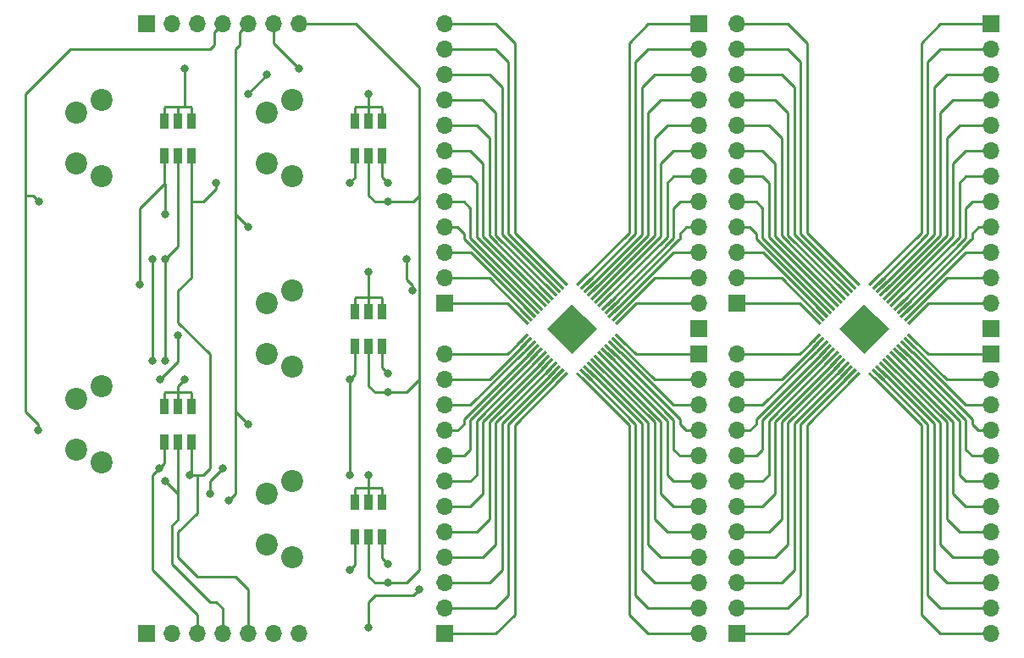
<source format=gbr>
G04 #@! TF.GenerationSoftware,KiCad,Pcbnew,(5.0.0-rc2-dev-471-ge4feb315d)*
G04 #@! TF.CreationDate,2018-05-05T14:20:45+01:00*
G04 #@! TF.ProjectId,panel,70616E656C2E6B696361645F70636200,rev?*
G04 #@! TF.SameCoordinates,Original*
G04 #@! TF.FileFunction,Copper,L2,Bot,Signal*
G04 #@! TF.FilePolarity,Positive*
%FSLAX46Y46*%
G04 Gerber Fmt 4.6, Leading zero omitted, Abs format (unit mm)*
G04 Created by KiCad (PCBNEW (5.0.0-rc2-dev-471-ge4feb315d)) date Sat May  5 14:20:45 2018*
%MOMM*%
%LPD*%
G01*
G04 APERTURE LIST*
%ADD10O,1.700000X1.700000*%
%ADD11R,1.700000X1.700000*%
%ADD12C,0.300000*%
%ADD13C,0.100000*%
%ADD14C,1.750000*%
%ADD15R,0.900000X1.500000*%
%ADD16C,2.200000*%
%ADD17C,0.800000*%
%ADD18C,0.250000*%
G04 APERTURE END LIST*
D10*
X171450000Y-149860000D03*
X171450000Y-147320000D03*
X171450000Y-144780000D03*
X171450000Y-142240000D03*
X171450000Y-139700000D03*
X171450000Y-137160000D03*
X171450000Y-134620000D03*
X171450000Y-132080000D03*
X171450000Y-129540000D03*
X171450000Y-127000000D03*
X171450000Y-124460000D03*
D11*
X171450000Y-121920000D03*
D10*
X146050000Y-88900000D03*
X146050000Y-91440000D03*
X146050000Y-93980000D03*
X146050000Y-96520000D03*
X146050000Y-99060000D03*
X146050000Y-101600000D03*
X146050000Y-104140000D03*
X146050000Y-106680000D03*
X146050000Y-109220000D03*
X146050000Y-111760000D03*
X146050000Y-114300000D03*
D11*
X146050000Y-116840000D03*
D12*
X153835608Y-118354695D03*
D13*
G36*
X153199212Y-117930431D02*
X153411344Y-117718299D01*
X154472004Y-118778959D01*
X154259872Y-118991091D01*
X153199212Y-117930431D01*
X153199212Y-117930431D01*
G37*
D12*
X154189161Y-118001142D03*
D13*
G36*
X153552765Y-117576878D02*
X153764897Y-117364746D01*
X154825557Y-118425406D01*
X154613425Y-118637538D01*
X153552765Y-117576878D01*
X153552765Y-117576878D01*
G37*
D12*
X154542715Y-117647588D03*
D13*
G36*
X153906319Y-117223324D02*
X154118451Y-117011192D01*
X155179111Y-118071852D01*
X154966979Y-118283984D01*
X153906319Y-117223324D01*
X153906319Y-117223324D01*
G37*
D12*
X154896268Y-117294035D03*
D13*
G36*
X154259872Y-116869771D02*
X154472004Y-116657639D01*
X155532664Y-117718299D01*
X155320532Y-117930431D01*
X154259872Y-116869771D01*
X154259872Y-116869771D01*
G37*
D12*
X155249821Y-116940482D03*
D13*
G36*
X154613425Y-116516218D02*
X154825557Y-116304086D01*
X155886217Y-117364746D01*
X155674085Y-117576878D01*
X154613425Y-116516218D01*
X154613425Y-116516218D01*
G37*
D12*
X155603375Y-116586928D03*
D13*
G36*
X154966979Y-116162664D02*
X155179111Y-115950532D01*
X156239771Y-117011192D01*
X156027639Y-117223324D01*
X154966979Y-116162664D01*
X154966979Y-116162664D01*
G37*
D12*
X155956928Y-116233375D03*
D13*
G36*
X155320532Y-115809111D02*
X155532664Y-115596979D01*
X156593324Y-116657639D01*
X156381192Y-116869771D01*
X155320532Y-115809111D01*
X155320532Y-115809111D01*
G37*
D12*
X156310482Y-115879821D03*
D13*
G36*
X155674086Y-115455557D02*
X155886218Y-115243425D01*
X156946878Y-116304085D01*
X156734746Y-116516217D01*
X155674086Y-115455557D01*
X155674086Y-115455557D01*
G37*
D12*
X156664035Y-115526268D03*
D13*
G36*
X156027639Y-115102004D02*
X156239771Y-114889872D01*
X157300431Y-115950532D01*
X157088299Y-116162664D01*
X156027639Y-115102004D01*
X156027639Y-115102004D01*
G37*
D12*
X157017588Y-115172715D03*
D13*
G36*
X156381192Y-114748451D02*
X156593324Y-114536319D01*
X157653984Y-115596979D01*
X157441852Y-115809111D01*
X156381192Y-114748451D01*
X156381192Y-114748451D01*
G37*
D12*
X157371142Y-114819161D03*
D13*
G36*
X156734746Y-114394897D02*
X156946878Y-114182765D01*
X158007538Y-115243425D01*
X157795406Y-115455557D01*
X156734746Y-114394897D01*
X156734746Y-114394897D01*
G37*
D12*
X157724695Y-114465608D03*
D13*
G36*
X157088299Y-114041344D02*
X157300431Y-113829212D01*
X158361091Y-114889872D01*
X158148959Y-115102004D01*
X157088299Y-114041344D01*
X157088299Y-114041344D01*
G37*
D12*
X159775305Y-114465608D03*
D13*
G36*
X160199569Y-113829212D02*
X160411701Y-114041344D01*
X159351041Y-115102004D01*
X159138909Y-114889872D01*
X160199569Y-113829212D01*
X160199569Y-113829212D01*
G37*
D12*
X160128858Y-114819161D03*
D13*
G36*
X160553122Y-114182765D02*
X160765254Y-114394897D01*
X159704594Y-115455557D01*
X159492462Y-115243425D01*
X160553122Y-114182765D01*
X160553122Y-114182765D01*
G37*
D12*
X160482412Y-115172715D03*
D13*
G36*
X160906676Y-114536319D02*
X161118808Y-114748451D01*
X160058148Y-115809111D01*
X159846016Y-115596979D01*
X160906676Y-114536319D01*
X160906676Y-114536319D01*
G37*
D12*
X160835965Y-115526268D03*
D13*
G36*
X161260229Y-114889872D02*
X161472361Y-115102004D01*
X160411701Y-116162664D01*
X160199569Y-115950532D01*
X161260229Y-114889872D01*
X161260229Y-114889872D01*
G37*
D12*
X161189518Y-115879821D03*
D13*
G36*
X161613782Y-115243425D02*
X161825914Y-115455557D01*
X160765254Y-116516217D01*
X160553122Y-116304085D01*
X161613782Y-115243425D01*
X161613782Y-115243425D01*
G37*
D12*
X161543072Y-116233375D03*
D13*
G36*
X161967336Y-115596979D02*
X162179468Y-115809111D01*
X161118808Y-116869771D01*
X160906676Y-116657639D01*
X161967336Y-115596979D01*
X161967336Y-115596979D01*
G37*
D12*
X161896625Y-116586928D03*
D13*
G36*
X162320889Y-115950532D02*
X162533021Y-116162664D01*
X161472361Y-117223324D01*
X161260229Y-117011192D01*
X162320889Y-115950532D01*
X162320889Y-115950532D01*
G37*
D12*
X162250179Y-116940482D03*
D13*
G36*
X162674443Y-116304086D02*
X162886575Y-116516218D01*
X161825915Y-117576878D01*
X161613783Y-117364746D01*
X162674443Y-116304086D01*
X162674443Y-116304086D01*
G37*
D12*
X162603732Y-117294035D03*
D13*
G36*
X163027996Y-116657639D02*
X163240128Y-116869771D01*
X162179468Y-117930431D01*
X161967336Y-117718299D01*
X163027996Y-116657639D01*
X163027996Y-116657639D01*
G37*
D12*
X162957285Y-117647588D03*
D13*
G36*
X163381549Y-117011192D02*
X163593681Y-117223324D01*
X162533021Y-118283984D01*
X162320889Y-118071852D01*
X163381549Y-117011192D01*
X163381549Y-117011192D01*
G37*
D12*
X163310839Y-118001142D03*
D13*
G36*
X163735103Y-117364746D02*
X163947235Y-117576878D01*
X162886575Y-118637538D01*
X162674443Y-118425406D01*
X163735103Y-117364746D01*
X163735103Y-117364746D01*
G37*
D12*
X163664392Y-118354695D03*
D13*
G36*
X164088656Y-117718299D02*
X164300788Y-117930431D01*
X163240128Y-118991091D01*
X163027996Y-118778959D01*
X164088656Y-117718299D01*
X164088656Y-117718299D01*
G37*
D12*
X163664392Y-120405305D03*
D13*
G36*
X163027996Y-119981041D02*
X163240128Y-119768909D01*
X164300788Y-120829569D01*
X164088656Y-121041701D01*
X163027996Y-119981041D01*
X163027996Y-119981041D01*
G37*
D12*
X163310839Y-120758858D03*
D13*
G36*
X162674443Y-120334594D02*
X162886575Y-120122462D01*
X163947235Y-121183122D01*
X163735103Y-121395254D01*
X162674443Y-120334594D01*
X162674443Y-120334594D01*
G37*
D12*
X162957285Y-121112412D03*
D13*
G36*
X162320889Y-120688148D02*
X162533021Y-120476016D01*
X163593681Y-121536676D01*
X163381549Y-121748808D01*
X162320889Y-120688148D01*
X162320889Y-120688148D01*
G37*
D12*
X162603732Y-121465965D03*
D13*
G36*
X161967336Y-121041701D02*
X162179468Y-120829569D01*
X163240128Y-121890229D01*
X163027996Y-122102361D01*
X161967336Y-121041701D01*
X161967336Y-121041701D01*
G37*
D12*
X162250179Y-121819518D03*
D13*
G36*
X161613783Y-121395254D02*
X161825915Y-121183122D01*
X162886575Y-122243782D01*
X162674443Y-122455914D01*
X161613783Y-121395254D01*
X161613783Y-121395254D01*
G37*
D12*
X161896625Y-122173072D03*
D13*
G36*
X161260229Y-121748808D02*
X161472361Y-121536676D01*
X162533021Y-122597336D01*
X162320889Y-122809468D01*
X161260229Y-121748808D01*
X161260229Y-121748808D01*
G37*
D12*
X161543072Y-122526625D03*
D13*
G36*
X160906676Y-122102361D02*
X161118808Y-121890229D01*
X162179468Y-122950889D01*
X161967336Y-123163021D01*
X160906676Y-122102361D01*
X160906676Y-122102361D01*
G37*
D12*
X161189518Y-122880179D03*
D13*
G36*
X160553122Y-122455915D02*
X160765254Y-122243783D01*
X161825914Y-123304443D01*
X161613782Y-123516575D01*
X160553122Y-122455915D01*
X160553122Y-122455915D01*
G37*
D12*
X160835965Y-123233732D03*
D13*
G36*
X160199569Y-122809468D02*
X160411701Y-122597336D01*
X161472361Y-123657996D01*
X161260229Y-123870128D01*
X160199569Y-122809468D01*
X160199569Y-122809468D01*
G37*
D12*
X160482412Y-123587285D03*
D13*
G36*
X159846016Y-123163021D02*
X160058148Y-122950889D01*
X161118808Y-124011549D01*
X160906676Y-124223681D01*
X159846016Y-123163021D01*
X159846016Y-123163021D01*
G37*
D12*
X160128858Y-123940839D03*
D13*
G36*
X159492462Y-123516575D02*
X159704594Y-123304443D01*
X160765254Y-124365103D01*
X160553122Y-124577235D01*
X159492462Y-123516575D01*
X159492462Y-123516575D01*
G37*
D12*
X159775305Y-124294392D03*
D13*
G36*
X159138909Y-123870128D02*
X159351041Y-123657996D01*
X160411701Y-124718656D01*
X160199569Y-124930788D01*
X159138909Y-123870128D01*
X159138909Y-123870128D01*
G37*
D12*
X157724695Y-124294392D03*
D13*
G36*
X158148959Y-123657996D02*
X158361091Y-123870128D01*
X157300431Y-124930788D01*
X157088299Y-124718656D01*
X158148959Y-123657996D01*
X158148959Y-123657996D01*
G37*
D12*
X157371142Y-123940839D03*
D13*
G36*
X157795406Y-123304443D02*
X158007538Y-123516575D01*
X156946878Y-124577235D01*
X156734746Y-124365103D01*
X157795406Y-123304443D01*
X157795406Y-123304443D01*
G37*
D12*
X157017588Y-123587285D03*
D13*
G36*
X157441852Y-122950889D02*
X157653984Y-123163021D01*
X156593324Y-124223681D01*
X156381192Y-124011549D01*
X157441852Y-122950889D01*
X157441852Y-122950889D01*
G37*
D12*
X156664035Y-123233732D03*
D13*
G36*
X157088299Y-122597336D02*
X157300431Y-122809468D01*
X156239771Y-123870128D01*
X156027639Y-123657996D01*
X157088299Y-122597336D01*
X157088299Y-122597336D01*
G37*
D12*
X156310482Y-122880179D03*
D13*
G36*
X156734746Y-122243783D02*
X156946878Y-122455915D01*
X155886218Y-123516575D01*
X155674086Y-123304443D01*
X156734746Y-122243783D01*
X156734746Y-122243783D01*
G37*
D12*
X155956928Y-122526625D03*
D13*
G36*
X156381192Y-121890229D02*
X156593324Y-122102361D01*
X155532664Y-123163021D01*
X155320532Y-122950889D01*
X156381192Y-121890229D01*
X156381192Y-121890229D01*
G37*
D12*
X155603375Y-122173072D03*
D13*
G36*
X156027639Y-121536676D02*
X156239771Y-121748808D01*
X155179111Y-122809468D01*
X154966979Y-122597336D01*
X156027639Y-121536676D01*
X156027639Y-121536676D01*
G37*
D12*
X155249821Y-121819518D03*
D13*
G36*
X155674085Y-121183122D02*
X155886217Y-121395254D01*
X154825557Y-122455914D01*
X154613425Y-122243782D01*
X155674085Y-121183122D01*
X155674085Y-121183122D01*
G37*
D12*
X154896268Y-121465965D03*
D13*
G36*
X155320532Y-120829569D02*
X155532664Y-121041701D01*
X154472004Y-122102361D01*
X154259872Y-121890229D01*
X155320532Y-120829569D01*
X155320532Y-120829569D01*
G37*
D12*
X154542715Y-121112412D03*
D13*
G36*
X154966979Y-120476016D02*
X155179111Y-120688148D01*
X154118451Y-121748808D01*
X153906319Y-121536676D01*
X154966979Y-120476016D01*
X154966979Y-120476016D01*
G37*
D12*
X154189161Y-120758858D03*
D13*
G36*
X154613425Y-120122462D02*
X154825557Y-120334594D01*
X153764897Y-121395254D01*
X153552765Y-121183122D01*
X154613425Y-120122462D01*
X154613425Y-120122462D01*
G37*
D12*
X153835608Y-120405305D03*
D13*
G36*
X154259872Y-119768909D02*
X154472004Y-119981041D01*
X153411344Y-121041701D01*
X153199212Y-120829569D01*
X154259872Y-119768909D01*
X154259872Y-119768909D01*
G37*
D14*
X159987437Y-119380000D03*
D13*
G36*
X158750000Y-119380000D02*
X159987437Y-118142563D01*
X161224874Y-119380000D01*
X159987437Y-120617437D01*
X158750000Y-119380000D01*
X158750000Y-119380000D01*
G37*
D14*
X158750000Y-120617437D03*
D13*
G36*
X157512563Y-120617437D02*
X158750000Y-119380000D01*
X159987437Y-120617437D01*
X158750000Y-121854874D01*
X157512563Y-120617437D01*
X157512563Y-120617437D01*
G37*
D14*
X158750000Y-118142563D03*
D13*
G36*
X157512563Y-118142563D02*
X158750000Y-116905126D01*
X159987437Y-118142563D01*
X158750000Y-119380000D01*
X157512563Y-118142563D01*
X157512563Y-118142563D01*
G37*
D14*
X157512563Y-119380000D03*
D13*
G36*
X156275126Y-119380000D02*
X157512563Y-118142563D01*
X158750000Y-119380000D01*
X157512563Y-120617437D01*
X156275126Y-119380000D01*
X156275126Y-119380000D01*
G37*
D11*
X171450000Y-88900000D03*
D10*
X171450000Y-91440000D03*
X171450000Y-93980000D03*
X171450000Y-96520000D03*
X171450000Y-99060000D03*
X171450000Y-101600000D03*
X171450000Y-104140000D03*
X171450000Y-106680000D03*
X171450000Y-109220000D03*
X171450000Y-111760000D03*
X171450000Y-114300000D03*
X171450000Y-116840000D03*
D11*
X171450000Y-119380000D03*
X146050000Y-149860000D03*
D10*
X146050000Y-147320000D03*
X146050000Y-144780000D03*
X146050000Y-142240000D03*
X146050000Y-139700000D03*
X146050000Y-137160000D03*
X146050000Y-134620000D03*
X146050000Y-132080000D03*
X146050000Y-129540000D03*
X146050000Y-127000000D03*
X146050000Y-124460000D03*
X146050000Y-121920000D03*
X116840000Y-121920000D03*
X116840000Y-124460000D03*
X116840000Y-127000000D03*
X116840000Y-129540000D03*
X116840000Y-132080000D03*
X116840000Y-134620000D03*
X116840000Y-137160000D03*
X116840000Y-139700000D03*
X116840000Y-142240000D03*
X116840000Y-144780000D03*
X116840000Y-147320000D03*
D11*
X116840000Y-149860000D03*
X116840000Y-116840000D03*
D10*
X116840000Y-114300000D03*
X116840000Y-111760000D03*
X116840000Y-109220000D03*
X116840000Y-106680000D03*
X116840000Y-104140000D03*
X116840000Y-101600000D03*
X116840000Y-99060000D03*
X116840000Y-96520000D03*
X116840000Y-93980000D03*
X116840000Y-91440000D03*
X116840000Y-88900000D03*
D11*
X142240000Y-121920000D03*
D10*
X142240000Y-124460000D03*
X142240000Y-127000000D03*
X142240000Y-129540000D03*
X142240000Y-132080000D03*
X142240000Y-134620000D03*
X142240000Y-137160000D03*
X142240000Y-139700000D03*
X142240000Y-142240000D03*
X142240000Y-144780000D03*
X142240000Y-147320000D03*
X142240000Y-149860000D03*
X142240000Y-116840000D03*
X142240000Y-114300000D03*
X142240000Y-111760000D03*
X142240000Y-109220000D03*
X142240000Y-106680000D03*
X142240000Y-104140000D03*
X142240000Y-101600000D03*
X142240000Y-99060000D03*
X142240000Y-96520000D03*
X142240000Y-93980000D03*
X142240000Y-91440000D03*
D11*
X142240000Y-88900000D03*
D14*
X128302563Y-119380000D03*
D13*
G36*
X127065126Y-119380000D02*
X128302563Y-118142563D01*
X129540000Y-119380000D01*
X128302563Y-120617437D01*
X127065126Y-119380000D01*
X127065126Y-119380000D01*
G37*
D14*
X129540000Y-118142563D03*
D13*
G36*
X128302563Y-118142563D02*
X129540000Y-116905126D01*
X130777437Y-118142563D01*
X129540000Y-119380000D01*
X128302563Y-118142563D01*
X128302563Y-118142563D01*
G37*
D14*
X129540000Y-120617437D03*
D13*
G36*
X128302563Y-120617437D02*
X129540000Y-119380000D01*
X130777437Y-120617437D01*
X129540000Y-121854874D01*
X128302563Y-120617437D01*
X128302563Y-120617437D01*
G37*
D14*
X130777437Y-119380000D03*
D13*
G36*
X129540000Y-119380000D02*
X130777437Y-118142563D01*
X132014874Y-119380000D01*
X130777437Y-120617437D01*
X129540000Y-119380000D01*
X129540000Y-119380000D01*
G37*
D12*
X124625608Y-120405305D03*
D13*
G36*
X125049872Y-119768909D02*
X125262004Y-119981041D01*
X124201344Y-121041701D01*
X123989212Y-120829569D01*
X125049872Y-119768909D01*
X125049872Y-119768909D01*
G37*
D12*
X124979161Y-120758858D03*
D13*
G36*
X125403425Y-120122462D02*
X125615557Y-120334594D01*
X124554897Y-121395254D01*
X124342765Y-121183122D01*
X125403425Y-120122462D01*
X125403425Y-120122462D01*
G37*
D12*
X125332715Y-121112412D03*
D13*
G36*
X125756979Y-120476016D02*
X125969111Y-120688148D01*
X124908451Y-121748808D01*
X124696319Y-121536676D01*
X125756979Y-120476016D01*
X125756979Y-120476016D01*
G37*
D12*
X125686268Y-121465965D03*
D13*
G36*
X126110532Y-120829569D02*
X126322664Y-121041701D01*
X125262004Y-122102361D01*
X125049872Y-121890229D01*
X126110532Y-120829569D01*
X126110532Y-120829569D01*
G37*
D12*
X126039821Y-121819518D03*
D13*
G36*
X126464085Y-121183122D02*
X126676217Y-121395254D01*
X125615557Y-122455914D01*
X125403425Y-122243782D01*
X126464085Y-121183122D01*
X126464085Y-121183122D01*
G37*
D12*
X126393375Y-122173072D03*
D13*
G36*
X126817639Y-121536676D02*
X127029771Y-121748808D01*
X125969111Y-122809468D01*
X125756979Y-122597336D01*
X126817639Y-121536676D01*
X126817639Y-121536676D01*
G37*
D12*
X126746928Y-122526625D03*
D13*
G36*
X127171192Y-121890229D02*
X127383324Y-122102361D01*
X126322664Y-123163021D01*
X126110532Y-122950889D01*
X127171192Y-121890229D01*
X127171192Y-121890229D01*
G37*
D12*
X127100482Y-122880179D03*
D13*
G36*
X127524746Y-122243783D02*
X127736878Y-122455915D01*
X126676218Y-123516575D01*
X126464086Y-123304443D01*
X127524746Y-122243783D01*
X127524746Y-122243783D01*
G37*
D12*
X127454035Y-123233732D03*
D13*
G36*
X127878299Y-122597336D02*
X128090431Y-122809468D01*
X127029771Y-123870128D01*
X126817639Y-123657996D01*
X127878299Y-122597336D01*
X127878299Y-122597336D01*
G37*
D12*
X127807588Y-123587285D03*
D13*
G36*
X128231852Y-122950889D02*
X128443984Y-123163021D01*
X127383324Y-124223681D01*
X127171192Y-124011549D01*
X128231852Y-122950889D01*
X128231852Y-122950889D01*
G37*
D12*
X128161142Y-123940839D03*
D13*
G36*
X128585406Y-123304443D02*
X128797538Y-123516575D01*
X127736878Y-124577235D01*
X127524746Y-124365103D01*
X128585406Y-123304443D01*
X128585406Y-123304443D01*
G37*
D12*
X128514695Y-124294392D03*
D13*
G36*
X128938959Y-123657996D02*
X129151091Y-123870128D01*
X128090431Y-124930788D01*
X127878299Y-124718656D01*
X128938959Y-123657996D01*
X128938959Y-123657996D01*
G37*
D12*
X130565305Y-124294392D03*
D13*
G36*
X129928909Y-123870128D02*
X130141041Y-123657996D01*
X131201701Y-124718656D01*
X130989569Y-124930788D01*
X129928909Y-123870128D01*
X129928909Y-123870128D01*
G37*
D12*
X130918858Y-123940839D03*
D13*
G36*
X130282462Y-123516575D02*
X130494594Y-123304443D01*
X131555254Y-124365103D01*
X131343122Y-124577235D01*
X130282462Y-123516575D01*
X130282462Y-123516575D01*
G37*
D12*
X131272412Y-123587285D03*
D13*
G36*
X130636016Y-123163021D02*
X130848148Y-122950889D01*
X131908808Y-124011549D01*
X131696676Y-124223681D01*
X130636016Y-123163021D01*
X130636016Y-123163021D01*
G37*
D12*
X131625965Y-123233732D03*
D13*
G36*
X130989569Y-122809468D02*
X131201701Y-122597336D01*
X132262361Y-123657996D01*
X132050229Y-123870128D01*
X130989569Y-122809468D01*
X130989569Y-122809468D01*
G37*
D12*
X131979518Y-122880179D03*
D13*
G36*
X131343122Y-122455915D02*
X131555254Y-122243783D01*
X132615914Y-123304443D01*
X132403782Y-123516575D01*
X131343122Y-122455915D01*
X131343122Y-122455915D01*
G37*
D12*
X132333072Y-122526625D03*
D13*
G36*
X131696676Y-122102361D02*
X131908808Y-121890229D01*
X132969468Y-122950889D01*
X132757336Y-123163021D01*
X131696676Y-122102361D01*
X131696676Y-122102361D01*
G37*
D12*
X132686625Y-122173072D03*
D13*
G36*
X132050229Y-121748808D02*
X132262361Y-121536676D01*
X133323021Y-122597336D01*
X133110889Y-122809468D01*
X132050229Y-121748808D01*
X132050229Y-121748808D01*
G37*
D12*
X133040179Y-121819518D03*
D13*
G36*
X132403783Y-121395254D02*
X132615915Y-121183122D01*
X133676575Y-122243782D01*
X133464443Y-122455914D01*
X132403783Y-121395254D01*
X132403783Y-121395254D01*
G37*
D12*
X133393732Y-121465965D03*
D13*
G36*
X132757336Y-121041701D02*
X132969468Y-120829569D01*
X134030128Y-121890229D01*
X133817996Y-122102361D01*
X132757336Y-121041701D01*
X132757336Y-121041701D01*
G37*
D12*
X133747285Y-121112412D03*
D13*
G36*
X133110889Y-120688148D02*
X133323021Y-120476016D01*
X134383681Y-121536676D01*
X134171549Y-121748808D01*
X133110889Y-120688148D01*
X133110889Y-120688148D01*
G37*
D12*
X134100839Y-120758858D03*
D13*
G36*
X133464443Y-120334594D02*
X133676575Y-120122462D01*
X134737235Y-121183122D01*
X134525103Y-121395254D01*
X133464443Y-120334594D01*
X133464443Y-120334594D01*
G37*
D12*
X134454392Y-120405305D03*
D13*
G36*
X133817996Y-119981041D02*
X134030128Y-119768909D01*
X135090788Y-120829569D01*
X134878656Y-121041701D01*
X133817996Y-119981041D01*
X133817996Y-119981041D01*
G37*
D12*
X134454392Y-118354695D03*
D13*
G36*
X134878656Y-117718299D02*
X135090788Y-117930431D01*
X134030128Y-118991091D01*
X133817996Y-118778959D01*
X134878656Y-117718299D01*
X134878656Y-117718299D01*
G37*
D12*
X134100839Y-118001142D03*
D13*
G36*
X134525103Y-117364746D02*
X134737235Y-117576878D01*
X133676575Y-118637538D01*
X133464443Y-118425406D01*
X134525103Y-117364746D01*
X134525103Y-117364746D01*
G37*
D12*
X133747285Y-117647588D03*
D13*
G36*
X134171549Y-117011192D02*
X134383681Y-117223324D01*
X133323021Y-118283984D01*
X133110889Y-118071852D01*
X134171549Y-117011192D01*
X134171549Y-117011192D01*
G37*
D12*
X133393732Y-117294035D03*
D13*
G36*
X133817996Y-116657639D02*
X134030128Y-116869771D01*
X132969468Y-117930431D01*
X132757336Y-117718299D01*
X133817996Y-116657639D01*
X133817996Y-116657639D01*
G37*
D12*
X133040179Y-116940482D03*
D13*
G36*
X133464443Y-116304086D02*
X133676575Y-116516218D01*
X132615915Y-117576878D01*
X132403783Y-117364746D01*
X133464443Y-116304086D01*
X133464443Y-116304086D01*
G37*
D12*
X132686625Y-116586928D03*
D13*
G36*
X133110889Y-115950532D02*
X133323021Y-116162664D01*
X132262361Y-117223324D01*
X132050229Y-117011192D01*
X133110889Y-115950532D01*
X133110889Y-115950532D01*
G37*
D12*
X132333072Y-116233375D03*
D13*
G36*
X132757336Y-115596979D02*
X132969468Y-115809111D01*
X131908808Y-116869771D01*
X131696676Y-116657639D01*
X132757336Y-115596979D01*
X132757336Y-115596979D01*
G37*
D12*
X131979518Y-115879821D03*
D13*
G36*
X132403782Y-115243425D02*
X132615914Y-115455557D01*
X131555254Y-116516217D01*
X131343122Y-116304085D01*
X132403782Y-115243425D01*
X132403782Y-115243425D01*
G37*
D12*
X131625965Y-115526268D03*
D13*
G36*
X132050229Y-114889872D02*
X132262361Y-115102004D01*
X131201701Y-116162664D01*
X130989569Y-115950532D01*
X132050229Y-114889872D01*
X132050229Y-114889872D01*
G37*
D12*
X131272412Y-115172715D03*
D13*
G36*
X131696676Y-114536319D02*
X131908808Y-114748451D01*
X130848148Y-115809111D01*
X130636016Y-115596979D01*
X131696676Y-114536319D01*
X131696676Y-114536319D01*
G37*
D12*
X130918858Y-114819161D03*
D13*
G36*
X131343122Y-114182765D02*
X131555254Y-114394897D01*
X130494594Y-115455557D01*
X130282462Y-115243425D01*
X131343122Y-114182765D01*
X131343122Y-114182765D01*
G37*
D12*
X130565305Y-114465608D03*
D13*
G36*
X130989569Y-113829212D02*
X131201701Y-114041344D01*
X130141041Y-115102004D01*
X129928909Y-114889872D01*
X130989569Y-113829212D01*
X130989569Y-113829212D01*
G37*
D12*
X128514695Y-114465608D03*
D13*
G36*
X127878299Y-114041344D02*
X128090431Y-113829212D01*
X129151091Y-114889872D01*
X128938959Y-115102004D01*
X127878299Y-114041344D01*
X127878299Y-114041344D01*
G37*
D12*
X128161142Y-114819161D03*
D13*
G36*
X127524746Y-114394897D02*
X127736878Y-114182765D01*
X128797538Y-115243425D01*
X128585406Y-115455557D01*
X127524746Y-114394897D01*
X127524746Y-114394897D01*
G37*
D12*
X127807588Y-115172715D03*
D13*
G36*
X127171192Y-114748451D02*
X127383324Y-114536319D01*
X128443984Y-115596979D01*
X128231852Y-115809111D01*
X127171192Y-114748451D01*
X127171192Y-114748451D01*
G37*
D12*
X127454035Y-115526268D03*
D13*
G36*
X126817639Y-115102004D02*
X127029771Y-114889872D01*
X128090431Y-115950532D01*
X127878299Y-116162664D01*
X126817639Y-115102004D01*
X126817639Y-115102004D01*
G37*
D12*
X127100482Y-115879821D03*
D13*
G36*
X126464086Y-115455557D02*
X126676218Y-115243425D01*
X127736878Y-116304085D01*
X127524746Y-116516217D01*
X126464086Y-115455557D01*
X126464086Y-115455557D01*
G37*
D12*
X126746928Y-116233375D03*
D13*
G36*
X126110532Y-115809111D02*
X126322664Y-115596979D01*
X127383324Y-116657639D01*
X127171192Y-116869771D01*
X126110532Y-115809111D01*
X126110532Y-115809111D01*
G37*
D12*
X126393375Y-116586928D03*
D13*
G36*
X125756979Y-116162664D02*
X125969111Y-115950532D01*
X127029771Y-117011192D01*
X126817639Y-117223324D01*
X125756979Y-116162664D01*
X125756979Y-116162664D01*
G37*
D12*
X126039821Y-116940482D03*
D13*
G36*
X125403425Y-116516218D02*
X125615557Y-116304086D01*
X126676217Y-117364746D01*
X126464085Y-117576878D01*
X125403425Y-116516218D01*
X125403425Y-116516218D01*
G37*
D12*
X125686268Y-117294035D03*
D13*
G36*
X125049872Y-116869771D02*
X125262004Y-116657639D01*
X126322664Y-117718299D01*
X126110532Y-117930431D01*
X125049872Y-116869771D01*
X125049872Y-116869771D01*
G37*
D12*
X125332715Y-117647588D03*
D13*
G36*
X124696319Y-117223324D02*
X124908451Y-117011192D01*
X125969111Y-118071852D01*
X125756979Y-118283984D01*
X124696319Y-117223324D01*
X124696319Y-117223324D01*
G37*
D12*
X124979161Y-118001142D03*
D13*
G36*
X124342765Y-117576878D02*
X124554897Y-117364746D01*
X125615557Y-118425406D01*
X125403425Y-118637538D01*
X124342765Y-117576878D01*
X124342765Y-117576878D01*
G37*
D12*
X124625608Y-118354695D03*
D13*
G36*
X123989212Y-117930431D02*
X124201344Y-117718299D01*
X125262004Y-118778959D01*
X125049872Y-118991091D01*
X123989212Y-117930431D01*
X123989212Y-117930431D01*
G37*
D11*
X142240000Y-119380000D03*
D15*
X107870000Y-140180000D03*
X109220000Y-140180000D03*
X110570000Y-140180000D03*
X107870000Y-136680000D03*
X109220000Y-136680000D03*
X110570000Y-136680000D03*
X91520000Y-127155000D03*
X90170000Y-127155000D03*
X88820000Y-127155000D03*
X91520000Y-130655000D03*
X90170000Y-130655000D03*
X88820000Y-130655000D03*
X110570000Y-117630000D03*
X109220000Y-117630000D03*
X107870000Y-117630000D03*
X110570000Y-121130000D03*
X109220000Y-121130000D03*
X107870000Y-121130000D03*
X107870000Y-102080000D03*
X109220000Y-102080000D03*
X110570000Y-102080000D03*
X107870000Y-98580000D03*
X109220000Y-98580000D03*
X110570000Y-98580000D03*
X88820000Y-102080000D03*
X90170000Y-102080000D03*
X91520000Y-102080000D03*
X88820000Y-98580000D03*
X90170000Y-98580000D03*
X91520000Y-98580000D03*
D11*
X86995000Y-149860000D03*
D10*
X89535000Y-149860000D03*
X92075000Y-149860000D03*
X94615000Y-149860000D03*
X97155000Y-149860000D03*
X99695000Y-149860000D03*
X102235000Y-149860000D03*
X102235000Y-88900000D03*
X99695000Y-88900000D03*
X97155000Y-88900000D03*
X94615000Y-88900000D03*
X92075000Y-88900000D03*
X89535000Y-88900000D03*
D11*
X86995000Y-88900000D03*
D16*
X82550000Y-132715000D03*
X80010000Y-126365000D03*
X101600000Y-142240000D03*
X99060000Y-135890000D03*
X99060000Y-140970000D03*
X101600000Y-134620000D03*
X80010000Y-131445000D03*
X82550000Y-125095000D03*
X101600000Y-115570000D03*
X99060000Y-121920000D03*
X99060000Y-116840000D03*
X101600000Y-123190000D03*
X82550000Y-104140000D03*
X80010000Y-97790000D03*
X101600000Y-104140000D03*
X99060000Y-97790000D03*
X99060000Y-102870000D03*
X101600000Y-96520000D03*
X80010000Y-102870000D03*
X82550000Y-96520000D03*
D17*
X129540000Y-118110000D03*
X128270000Y-119380000D03*
X129540000Y-120650000D03*
X130810000Y-119380000D03*
X158750000Y-118110000D03*
X157480000Y-119380000D03*
X158750000Y-120650000D03*
X160020000Y-119380000D03*
X76200000Y-129540000D03*
X76290000Y-106680000D03*
X97155000Y-109220000D03*
X97155000Y-128905000D03*
X95250000Y-136525000D03*
X90805000Y-93345000D03*
X87630000Y-112395000D03*
X87630000Y-122555000D03*
X90805000Y-124460000D03*
X93345000Y-135890000D03*
X94615000Y-133350000D03*
X109220000Y-133985000D03*
X111125000Y-106680000D03*
X111125000Y-125730000D03*
X111125000Y-144780000D03*
X113575000Y-115570000D03*
X111125000Y-104775000D03*
X111125000Y-123825000D03*
X111125000Y-142875000D03*
X113030000Y-112395000D03*
X102235000Y-93345000D03*
X107315000Y-104775000D03*
X107315000Y-124460000D03*
X107315000Y-133985000D03*
X107315000Y-143510000D03*
X97155000Y-95885000D03*
X99060000Y-93980000D03*
X109220000Y-95885000D03*
X109220000Y-113665000D03*
X88900000Y-134620000D03*
X88900000Y-122555000D03*
X88900000Y-112395000D03*
X91350000Y-133985000D03*
X93980000Y-104775000D03*
X109220000Y-149225000D03*
X114260000Y-145415000D03*
X88265000Y-133350000D03*
X88355000Y-124460000D03*
X90170000Y-120015000D03*
X86360000Y-114935000D03*
X88900000Y-107950000D03*
D18*
X121285000Y-128695661D02*
X127100482Y-122880179D01*
X121285000Y-138430000D02*
X121285000Y-128695661D01*
X120015000Y-139700000D02*
X121285000Y-138430000D01*
X120015000Y-139700000D02*
X116840000Y-139700000D01*
X150495000Y-128695661D02*
X156310482Y-122880179D01*
X150495000Y-138430000D02*
X150495000Y-128695661D01*
X149225000Y-139700000D02*
X150495000Y-138430000D01*
X149225000Y-139700000D02*
X146050000Y-139700000D01*
X120650000Y-128623553D02*
X126746928Y-122526625D01*
X120650000Y-135890000D02*
X120650000Y-128623553D01*
X119380000Y-137160000D02*
X120650000Y-135890000D01*
X119380000Y-137160000D02*
X116840000Y-137160000D01*
X149860000Y-128623553D02*
X155956928Y-122526625D01*
X149860000Y-135890000D02*
X149860000Y-128623553D01*
X148590000Y-137160000D02*
X149860000Y-135890000D01*
X148590000Y-137160000D02*
X146050000Y-137160000D01*
X120015000Y-128551447D02*
X126393375Y-122173072D01*
X120015000Y-133985000D02*
X120015000Y-128551447D01*
X119380000Y-134620000D02*
X120015000Y-133985000D01*
X119380000Y-134620000D02*
X116840000Y-134620000D01*
X149225000Y-128551447D02*
X155603375Y-122173072D01*
X149225000Y-133985000D02*
X149225000Y-128551447D01*
X148590000Y-134620000D02*
X149225000Y-133985000D01*
X148590000Y-134620000D02*
X146050000Y-134620000D01*
X123110913Y-121920000D02*
X124625608Y-120405305D01*
X123110913Y-121920000D02*
X116840000Y-121920000D01*
X152320913Y-121920000D02*
X146050000Y-121920000D01*
X152320913Y-121920000D02*
X153835608Y-120405305D01*
X121278019Y-124460000D02*
X124979161Y-120758858D01*
X121278019Y-124460000D02*
X116840000Y-124460000D01*
X150488019Y-124460000D02*
X154189161Y-120758858D01*
X150488019Y-124460000D02*
X146050000Y-124460000D01*
X119374429Y-127000000D02*
X116840000Y-127000000D01*
X125332715Y-121112412D02*
X124724863Y-121720264D01*
X124654165Y-121720264D02*
X119374429Y-127000000D01*
X124724863Y-121720264D02*
X124654165Y-121720264D01*
X148584429Y-127000000D02*
X146050000Y-127000000D01*
X154542715Y-121112412D02*
X153934863Y-121720264D01*
X153864165Y-121720264D02*
X148584429Y-127000000D01*
X153934863Y-121720264D02*
X153864165Y-121720264D01*
X116205000Y-129540000D02*
X117612233Y-129540000D01*
X116840000Y-129540000D02*
X118110000Y-129540000D01*
X118110000Y-129540000D02*
X118745000Y-128905000D01*
X118745000Y-128905000D02*
X118745000Y-128407233D01*
X118745000Y-128407233D02*
X125686268Y-121465965D01*
X145415000Y-129540000D02*
X146822233Y-129540000D01*
X146050000Y-129540000D02*
X147320000Y-129540000D01*
X147320000Y-129540000D02*
X147955000Y-128905000D01*
X147955000Y-128905000D02*
X147955000Y-128407233D01*
X147955000Y-128407233D02*
X154896268Y-121465965D01*
X119380000Y-128479339D02*
X126039821Y-121819518D01*
X119380000Y-131445000D02*
X119380000Y-128479339D01*
X118745000Y-132080000D02*
X119380000Y-131445000D01*
X118745000Y-132080000D02*
X116840000Y-132080000D01*
X148590000Y-128479339D02*
X155249821Y-121819518D01*
X148590000Y-131445000D02*
X148590000Y-128479339D01*
X147955000Y-132080000D02*
X148590000Y-131445000D01*
X147955000Y-132080000D02*
X146050000Y-132080000D01*
X120650000Y-142240000D02*
X121920000Y-140970000D01*
X121920000Y-128767767D02*
X127454035Y-123233732D01*
X121920000Y-140970000D02*
X121920000Y-128767767D01*
X120650000Y-142240000D02*
X116840000Y-142240000D01*
X149860000Y-142240000D02*
X151130000Y-140970000D01*
X151130000Y-128767767D02*
X156664035Y-123233732D01*
X151130000Y-140970000D02*
X151130000Y-128767767D01*
X149860000Y-142240000D02*
X146050000Y-142240000D01*
X121285000Y-144780000D02*
X122555000Y-143510000D01*
X122555000Y-128839873D02*
X127807588Y-123587285D01*
X122555000Y-143510000D02*
X122555000Y-128839873D01*
X121285000Y-144780000D02*
X116840000Y-144780000D01*
X150495000Y-144780000D02*
X151765000Y-143510000D01*
X151765000Y-128839873D02*
X157017588Y-123587285D01*
X151765000Y-143510000D02*
X151765000Y-128839873D01*
X150495000Y-144780000D02*
X146050000Y-144780000D01*
X121920000Y-147320000D02*
X123190000Y-146050000D01*
X123190000Y-128911981D02*
X128161142Y-123940839D01*
X123190000Y-146050000D02*
X123190000Y-128911981D01*
X121920000Y-147320000D02*
X116840000Y-147320000D01*
X152400000Y-128911981D02*
X157371142Y-123940839D01*
X152400000Y-146050000D02*
X152400000Y-128911981D01*
X151130000Y-147320000D02*
X146050000Y-147320000D01*
X151130000Y-147320000D02*
X152400000Y-146050000D01*
X121920000Y-149860000D02*
X123825000Y-147955000D01*
X123825000Y-128984087D02*
X128514695Y-124294392D01*
X123825000Y-147955000D02*
X123825000Y-128984087D01*
X121920000Y-149860000D02*
X116840000Y-149860000D01*
X151130000Y-149860000D02*
X153035000Y-147955000D01*
X153035000Y-128984087D02*
X157724695Y-124294392D01*
X153035000Y-147955000D02*
X153035000Y-128984087D01*
X151130000Y-149860000D02*
X146050000Y-149860000D01*
X123110913Y-116840000D02*
X124625608Y-118354695D01*
X123110913Y-116840000D02*
X116840000Y-116840000D01*
X152320913Y-116840000D02*
X153835608Y-118354695D01*
X152320913Y-116840000D02*
X146050000Y-116840000D01*
X121278019Y-114300000D02*
X124979161Y-118001142D01*
X121278019Y-114300000D02*
X116840000Y-114300000D01*
X150488019Y-114300000D02*
X154189161Y-118001142D01*
X150488019Y-114300000D02*
X146050000Y-114300000D01*
X119445127Y-111760000D02*
X125332715Y-117647588D01*
X119445127Y-111760000D02*
X116840000Y-111760000D01*
X148655127Y-111760000D02*
X154542715Y-117647588D01*
X148655127Y-111760000D02*
X146050000Y-111760000D01*
X116205000Y-109220000D02*
X117612233Y-109220000D01*
X116840000Y-109220000D02*
X118110000Y-109220000D01*
X118110000Y-109220000D02*
X118745000Y-109855000D01*
X118745000Y-109855000D02*
X118745000Y-110352767D01*
X118745000Y-110352767D02*
X125686268Y-117294035D01*
X145415000Y-109220000D02*
X146822233Y-109220000D01*
X146050000Y-109220000D02*
X147320000Y-109220000D01*
X147320000Y-109220000D02*
X147955000Y-109855000D01*
X147955000Y-109855000D02*
X147955000Y-110352767D01*
X147955000Y-110352767D02*
X154896268Y-117294035D01*
X119380000Y-110280661D02*
X126039821Y-116940482D01*
X119380000Y-107315000D02*
X119380000Y-110280661D01*
X118745000Y-106680000D02*
X119380000Y-107315000D01*
X118745000Y-106680000D02*
X116840000Y-106680000D01*
X148590000Y-110280661D02*
X155249821Y-116940482D01*
X148590000Y-107315000D02*
X148590000Y-110280661D01*
X147955000Y-106680000D02*
X148590000Y-107315000D01*
X147955000Y-106680000D02*
X146050000Y-106680000D01*
X119380000Y-104140000D02*
X120015000Y-104775000D01*
X120015000Y-110208553D02*
X126393375Y-116586928D01*
X120015000Y-104775000D02*
X120015000Y-110208553D01*
X119380000Y-104140000D02*
X116840000Y-104140000D01*
X148590000Y-104140000D02*
X149225000Y-104775000D01*
X149225000Y-110208553D02*
X155603375Y-116586928D01*
X149225000Y-104775000D02*
X149225000Y-110208553D01*
X148590000Y-104140000D02*
X146050000Y-104140000D01*
X119380000Y-101600000D02*
X120650000Y-102870000D01*
X120650000Y-110136447D02*
X126746928Y-116233375D01*
X120650000Y-102870000D02*
X120650000Y-110136447D01*
X119380000Y-101600000D02*
X116840000Y-101600000D01*
X148590000Y-101600000D02*
X149860000Y-102870000D01*
X149860000Y-110136447D02*
X155956928Y-116233375D01*
X149860000Y-102870000D02*
X149860000Y-110136447D01*
X148590000Y-101600000D02*
X146050000Y-101600000D01*
X120015000Y-99060000D02*
X121285000Y-100330000D01*
X121285000Y-110064339D02*
X127100482Y-115879821D01*
X121285000Y-100330000D02*
X121285000Y-110064339D01*
X120015000Y-99060000D02*
X116840000Y-99060000D01*
X149225000Y-99060000D02*
X150495000Y-100330000D01*
X150495000Y-110064339D02*
X156310482Y-115879821D01*
X150495000Y-100330000D02*
X150495000Y-110064339D01*
X149225000Y-99060000D02*
X146050000Y-99060000D01*
X120650000Y-96520000D02*
X121920000Y-97790000D01*
X121920000Y-109992233D02*
X127454035Y-115526268D01*
X121920000Y-97790000D02*
X121920000Y-109992233D01*
X120650000Y-96520000D02*
X116840000Y-96520000D01*
X149860000Y-96520000D02*
X151130000Y-97790000D01*
X151130000Y-109992233D02*
X156664035Y-115526268D01*
X151130000Y-97790000D02*
X151130000Y-109992233D01*
X149860000Y-96520000D02*
X146050000Y-96520000D01*
X121285000Y-93980000D02*
X122555000Y-95250000D01*
X122555000Y-109920127D02*
X127807588Y-115172715D01*
X122555000Y-95250000D02*
X122555000Y-109920127D01*
X121285000Y-93980000D02*
X116840000Y-93980000D01*
X150495000Y-93980000D02*
X151765000Y-95250000D01*
X151765000Y-109920127D02*
X157017588Y-115172715D01*
X151765000Y-95250000D02*
X151765000Y-109920127D01*
X150495000Y-93980000D02*
X146050000Y-93980000D01*
X121920000Y-91440000D02*
X123190000Y-92710000D01*
X123190000Y-109848019D02*
X128161142Y-114819161D01*
X123190000Y-92710000D02*
X123190000Y-109848019D01*
X121920000Y-91440000D02*
X116840000Y-91440000D01*
X151130000Y-91440000D02*
X152400000Y-92710000D01*
X152400000Y-109848019D02*
X157371142Y-114819161D01*
X152400000Y-92710000D02*
X152400000Y-109848019D01*
X151130000Y-91440000D02*
X146050000Y-91440000D01*
X123825000Y-109775913D02*
X128514695Y-114465608D01*
X123825000Y-90805000D02*
X123825000Y-109775913D01*
X121920000Y-88900000D02*
X123825000Y-90805000D01*
X121920000Y-88900000D02*
X116840000Y-88900000D01*
X153035000Y-109775913D02*
X157724695Y-114465608D01*
X153035000Y-90805000D02*
X153035000Y-109775913D01*
X151130000Y-88900000D02*
X153035000Y-90805000D01*
X151130000Y-88900000D02*
X146050000Y-88900000D01*
X135969087Y-121920000D02*
X134454392Y-120405305D01*
X135969087Y-121920000D02*
X142240000Y-121920000D01*
X165179087Y-121920000D02*
X163664392Y-120405305D01*
X165179087Y-121920000D02*
X171450000Y-121920000D01*
X137801981Y-124460000D02*
X134100839Y-120758858D01*
X137801981Y-124460000D02*
X142240000Y-124460000D01*
X167011981Y-124460000D02*
X163310839Y-120758858D01*
X167011981Y-124460000D02*
X171450000Y-124460000D01*
X139705571Y-127000000D02*
X142240000Y-127000000D01*
X134425835Y-121720264D02*
X139705571Y-127000000D01*
X133747285Y-121112412D02*
X134355137Y-121720264D01*
X134355137Y-121720264D02*
X134425835Y-121720264D01*
X168915571Y-127000000D02*
X171450000Y-127000000D01*
X163635835Y-121720264D02*
X168915571Y-127000000D01*
X162957285Y-121112412D02*
X163565137Y-121720264D01*
X163565137Y-121720264D02*
X163635835Y-121720264D01*
X142875000Y-129540000D02*
X141467767Y-129540000D01*
X142240000Y-129540000D02*
X140970000Y-129540000D01*
X140970000Y-129540000D02*
X140335000Y-128905000D01*
X140335000Y-128905000D02*
X140335000Y-128407233D01*
X140335000Y-128407233D02*
X133393732Y-121465965D01*
X172085000Y-129540000D02*
X170677767Y-129540000D01*
X171450000Y-129540000D02*
X170180000Y-129540000D01*
X170180000Y-129540000D02*
X169545000Y-128905000D01*
X169545000Y-128905000D02*
X169545000Y-128407233D01*
X169545000Y-128407233D02*
X162603732Y-121465965D01*
X139700000Y-128479339D02*
X133040179Y-121819518D01*
X139700000Y-131445000D02*
X139700000Y-128479339D01*
X140335000Y-132080000D02*
X139700000Y-131445000D01*
X140335000Y-132080000D02*
X142240000Y-132080000D01*
X168910000Y-128479339D02*
X162250179Y-121819518D01*
X168910000Y-131445000D02*
X168910000Y-128479339D01*
X169545000Y-132080000D02*
X168910000Y-131445000D01*
X169545000Y-132080000D02*
X171450000Y-132080000D01*
X139065000Y-128551447D02*
X132686625Y-122173072D01*
X139065000Y-133985000D02*
X139065000Y-128551447D01*
X139700000Y-134620000D02*
X139065000Y-133985000D01*
X139700000Y-134620000D02*
X142240000Y-134620000D01*
X168275000Y-128551447D02*
X161896625Y-122173072D01*
X168275000Y-133985000D02*
X168275000Y-128551447D01*
X168910000Y-134620000D02*
X168275000Y-133985000D01*
X168910000Y-134620000D02*
X171450000Y-134620000D01*
X138430000Y-128623553D02*
X132333072Y-122526625D01*
X138430000Y-135890000D02*
X138430000Y-128623553D01*
X139700000Y-137160000D02*
X138430000Y-135890000D01*
X139700000Y-137160000D02*
X142240000Y-137160000D01*
X167640000Y-128623553D02*
X161543072Y-122526625D01*
X167640000Y-135890000D02*
X167640000Y-128623553D01*
X168910000Y-137160000D02*
X167640000Y-135890000D01*
X168910000Y-137160000D02*
X171450000Y-137160000D01*
X139065000Y-139700000D02*
X137795000Y-138430000D01*
X137795000Y-128695661D02*
X131979518Y-122880179D01*
X137795000Y-138430000D02*
X137795000Y-128695661D01*
X139065000Y-139700000D02*
X142240000Y-139700000D01*
X168275000Y-139700000D02*
X167005000Y-138430000D01*
X167005000Y-128695661D02*
X161189518Y-122880179D01*
X167005000Y-138430000D02*
X167005000Y-128695661D01*
X168275000Y-139700000D02*
X171450000Y-139700000D01*
X137160000Y-128767767D02*
X131625965Y-123233732D01*
X137160000Y-140970000D02*
X137160000Y-128767767D01*
X138430000Y-142240000D02*
X137160000Y-140970000D01*
X138430000Y-142240000D02*
X142240000Y-142240000D01*
X166370000Y-128767767D02*
X160835965Y-123233732D01*
X166370000Y-140970000D02*
X166370000Y-128767767D01*
X167640000Y-142240000D02*
X166370000Y-140970000D01*
X167640000Y-142240000D02*
X171450000Y-142240000D01*
X136525000Y-128839873D02*
X131272412Y-123587285D01*
X136525000Y-143510000D02*
X136525000Y-128839873D01*
X137795000Y-144780000D02*
X136525000Y-143510000D01*
X137795000Y-144780000D02*
X142240000Y-144780000D01*
X165735000Y-128839873D02*
X160482412Y-123587285D01*
X165735000Y-143510000D02*
X165735000Y-128839873D01*
X167005000Y-144780000D02*
X165735000Y-143510000D01*
X167005000Y-144780000D02*
X171450000Y-144780000D01*
X135890000Y-146050000D02*
X135890000Y-128911981D01*
X135890000Y-128911981D02*
X130918858Y-123940839D01*
X137160000Y-147320000D02*
X135890000Y-146050000D01*
X137160000Y-147320000D02*
X142240000Y-147320000D01*
X165100000Y-146050000D02*
X165100000Y-128911981D01*
X165100000Y-128911981D02*
X160128858Y-123940839D01*
X166370000Y-147320000D02*
X165100000Y-146050000D01*
X166370000Y-147320000D02*
X171450000Y-147320000D01*
X135255000Y-147955000D02*
X135255000Y-128984087D01*
X135255000Y-128984087D02*
X130565305Y-124294392D01*
X137160000Y-149860000D02*
X135255000Y-147955000D01*
X137160000Y-149860000D02*
X142240000Y-149860000D01*
X164465000Y-147955000D02*
X164465000Y-128984087D01*
X164465000Y-128984087D02*
X159775305Y-124294392D01*
X166370000Y-149860000D02*
X164465000Y-147955000D01*
X166370000Y-149860000D02*
X171450000Y-149860000D01*
X134454392Y-118354695D02*
X135969087Y-116840000D01*
X135969087Y-116840000D02*
X142240000Y-116840000D01*
X163664392Y-118354695D02*
X165179087Y-116840000D01*
X165179087Y-116840000D02*
X171450000Y-116840000D01*
X134100839Y-118001142D02*
X137801981Y-114300000D01*
X137801981Y-114300000D02*
X142240000Y-114300000D01*
X163310839Y-118001142D02*
X167011981Y-114300000D01*
X167011981Y-114300000D02*
X171450000Y-114300000D01*
X133747285Y-117647588D02*
X139634873Y-111760000D01*
X139634873Y-111760000D02*
X142240000Y-111760000D01*
X162957285Y-117647588D02*
X168844873Y-111760000D01*
X168844873Y-111760000D02*
X171450000Y-111760000D01*
X141467767Y-109220000D02*
X142875000Y-109220000D01*
X133393732Y-117294035D02*
X140197767Y-110490000D01*
X142240000Y-109220000D02*
X140970000Y-109220000D01*
X140970000Y-109220000D02*
X140335000Y-109855000D01*
X140335000Y-110352767D02*
X140197767Y-110490000D01*
X140335000Y-109855000D02*
X140335000Y-110352767D01*
X170677767Y-109220000D02*
X172085000Y-109220000D01*
X162603732Y-117294035D02*
X169407767Y-110490000D01*
X171450000Y-109220000D02*
X170180000Y-109220000D01*
X170180000Y-109220000D02*
X169545000Y-109855000D01*
X169545000Y-110352767D02*
X169407767Y-110490000D01*
X169545000Y-109855000D02*
X169545000Y-110352767D01*
X139700000Y-110280661D02*
X139700000Y-107315000D01*
X133040179Y-116940482D02*
X139700000Y-110280661D01*
X139700000Y-107315000D02*
X140335000Y-106680000D01*
X140335000Y-106680000D02*
X142240000Y-106680000D01*
X168910000Y-110280661D02*
X168910000Y-107315000D01*
X162250179Y-116940482D02*
X168910000Y-110280661D01*
X168910000Y-107315000D02*
X169545000Y-106680000D01*
X169545000Y-106680000D02*
X171450000Y-106680000D01*
X139065000Y-104775000D02*
X139065000Y-110208553D01*
X139065000Y-110208553D02*
X132686625Y-116586928D01*
X139700000Y-104140000D02*
X139065000Y-104775000D01*
X139700000Y-104140000D02*
X142240000Y-104140000D01*
X168275000Y-104775000D02*
X168275000Y-110208553D01*
X168275000Y-110208553D02*
X161896625Y-116586928D01*
X168910000Y-104140000D02*
X168275000Y-104775000D01*
X168910000Y-104140000D02*
X171450000Y-104140000D01*
X139700000Y-101600000D02*
X138430000Y-102870000D01*
X138430000Y-110136447D02*
X132333072Y-116233375D01*
X138430000Y-102870000D02*
X138430000Y-110136447D01*
X139700000Y-101600000D02*
X142240000Y-101600000D01*
X168910000Y-101600000D02*
X167640000Y-102870000D01*
X167640000Y-110136447D02*
X161543072Y-116233375D01*
X167640000Y-102870000D02*
X167640000Y-110136447D01*
X168910000Y-101600000D02*
X171450000Y-101600000D01*
X139065000Y-99060000D02*
X137795000Y-100330000D01*
X137795000Y-110064339D02*
X131979518Y-115879821D01*
X137795000Y-100330000D02*
X137795000Y-110064339D01*
X139065000Y-99060000D02*
X142240000Y-99060000D01*
X168275000Y-99060000D02*
X167005000Y-100330000D01*
X167005000Y-110064339D02*
X161189518Y-115879821D01*
X167005000Y-100330000D02*
X167005000Y-110064339D01*
X168275000Y-99060000D02*
X171450000Y-99060000D01*
X138430000Y-96520000D02*
X137160000Y-97790000D01*
X137160000Y-109992233D02*
X131625965Y-115526268D01*
X137160000Y-97790000D02*
X137160000Y-109992233D01*
X138430000Y-96520000D02*
X142240000Y-96520000D01*
X167640000Y-96520000D02*
X166370000Y-97790000D01*
X166370000Y-109992233D02*
X160835965Y-115526268D01*
X166370000Y-97790000D02*
X166370000Y-109992233D01*
X167640000Y-96520000D02*
X171450000Y-96520000D01*
X136525000Y-109920127D02*
X131272412Y-115172715D01*
X136525000Y-95250000D02*
X136525000Y-109920127D01*
X137795000Y-93980000D02*
X136525000Y-95250000D01*
X137795000Y-93980000D02*
X142240000Y-93980000D01*
X165735000Y-109920127D02*
X160482412Y-115172715D01*
X165735000Y-95250000D02*
X165735000Y-109920127D01*
X167005000Y-93980000D02*
X165735000Y-95250000D01*
X167005000Y-93980000D02*
X171450000Y-93980000D01*
X135890000Y-109848019D02*
X130918858Y-114819161D01*
X135890000Y-92710000D02*
X135890000Y-109848019D01*
X137160000Y-91440000D02*
X135890000Y-92710000D01*
X137160000Y-91440000D02*
X142240000Y-91440000D01*
X165100000Y-109848019D02*
X160128858Y-114819161D01*
X165100000Y-92710000D02*
X165100000Y-109848019D01*
X166370000Y-91440000D02*
X165100000Y-92710000D01*
X166370000Y-91440000D02*
X171450000Y-91440000D01*
X137160000Y-88900000D02*
X135255000Y-90805000D01*
X135255000Y-109775913D02*
X130565305Y-114465608D01*
X135255000Y-90805000D02*
X135255000Y-109775913D01*
X137160000Y-88900000D02*
X142240000Y-88900000D01*
X166370000Y-88900000D02*
X164465000Y-90805000D01*
X164465000Y-109775913D02*
X159775305Y-114465608D01*
X164465000Y-90805000D02*
X164465000Y-109775913D01*
X166370000Y-88900000D02*
X171450000Y-88900000D01*
X93765001Y-89749999D02*
X93765001Y-91019999D01*
X94615000Y-88900000D02*
X93765001Y-89749999D01*
X93765001Y-91019999D02*
X93345000Y-91440000D01*
X74930000Y-127635000D02*
X76200000Y-128905000D01*
X76200000Y-128905000D02*
X76200000Y-129540000D01*
X75655000Y-106045000D02*
X76290000Y-106680000D01*
X74930000Y-106045000D02*
X75655000Y-106045000D01*
X74930000Y-106045000D02*
X74930000Y-127635000D01*
X96305001Y-89749999D02*
X96305001Y-91019999D01*
X97155000Y-88900000D02*
X96305001Y-89749999D01*
X96305001Y-91019999D02*
X95885000Y-91440000D01*
X95885000Y-91440000D02*
X95885000Y-107950000D01*
X95885000Y-107950000D02*
X97155000Y-109220000D01*
X95885000Y-107950000D02*
X95885000Y-127635000D01*
X95885000Y-127635000D02*
X97155000Y-128905000D01*
X95885000Y-135890000D02*
X95885000Y-127635000D01*
X95250000Y-136525000D02*
X95885000Y-135890000D01*
X88820000Y-97235000D02*
X88820000Y-98580000D01*
X88900000Y-97155000D02*
X88820000Y-97235000D01*
X90170000Y-98580000D02*
X90170000Y-97155000D01*
X90170000Y-97155000D02*
X88900000Y-97155000D01*
X91520000Y-98280000D02*
X91440000Y-98200000D01*
X91520000Y-98580000D02*
X91520000Y-97235000D01*
X91520000Y-97235000D02*
X91440000Y-97155000D01*
X109220000Y-97155000D02*
X109220000Y-98580000D01*
X107950000Y-97155000D02*
X109220000Y-97155000D01*
X107870000Y-98580000D02*
X107870000Y-97235000D01*
X107870000Y-97235000D02*
X107950000Y-97155000D01*
X110570000Y-98580000D02*
X110570000Y-97235000D01*
X110570000Y-97235000D02*
X110490000Y-97155000D01*
X110490000Y-97155000D02*
X109220000Y-97155000D01*
X90805000Y-93345000D02*
X90805000Y-97155000D01*
X91440000Y-97155000D02*
X90805000Y-97155000D01*
X90805000Y-97155000D02*
X90170000Y-97155000D01*
X87630000Y-112395000D02*
X87630000Y-122555000D01*
X90170000Y-127155000D02*
X90170000Y-125730000D01*
X91520000Y-127155000D02*
X91520000Y-125810000D01*
X91520000Y-125810000D02*
X91440000Y-125730000D01*
X88820000Y-127155000D02*
X88820000Y-125810000D01*
X88900000Y-125730000D02*
X90170000Y-125730000D01*
X88820000Y-125810000D02*
X88900000Y-125730000D01*
X91440000Y-125730000D02*
X90805000Y-125730000D01*
X90805000Y-125730000D02*
X90170000Y-125730000D01*
X90170000Y-125730000D02*
X90170000Y-125095000D01*
X90170000Y-125095000D02*
X90805000Y-124460000D01*
X93345000Y-135890000D02*
X93345000Y-134620000D01*
X93345000Y-134620000D02*
X94615000Y-133350000D01*
X110570000Y-136680000D02*
X110570000Y-135335000D01*
X110570000Y-135335000D02*
X110490000Y-135255000D01*
X110490000Y-135255000D02*
X109220000Y-135255000D01*
X109220000Y-135255000D02*
X109220000Y-136680000D01*
X107870000Y-136680000D02*
X107870000Y-135335000D01*
X107950000Y-135255000D02*
X109220000Y-135255000D01*
X107870000Y-135335000D02*
X107950000Y-135255000D01*
X109220000Y-135255000D02*
X109220000Y-133985000D01*
X114300000Y-106045000D02*
X113665000Y-106680000D01*
X109220000Y-106045000D02*
X109220000Y-102080000D01*
X109855000Y-106680000D02*
X109220000Y-106045000D01*
X113665000Y-106680000D02*
X111125000Y-106680000D01*
X111125000Y-106680000D02*
X109855000Y-106680000D01*
X109220000Y-125095000D02*
X109220000Y-121130000D01*
X109855000Y-125730000D02*
X109220000Y-125095000D01*
X114300000Y-106045000D02*
X114300000Y-124460000D01*
X114300000Y-124460000D02*
X113030000Y-125730000D01*
X113030000Y-125730000D02*
X111125000Y-125730000D01*
X111125000Y-125730000D02*
X109855000Y-125730000D01*
X109220000Y-144145000D02*
X109220000Y-140180000D01*
X109855000Y-144780000D02*
X109220000Y-144145000D01*
X114300000Y-124460000D02*
X114300000Y-143510000D01*
X114300000Y-143510000D02*
X113030000Y-144780000D01*
X113030000Y-144780000D02*
X111125000Y-144780000D01*
X111125000Y-144780000D02*
X109855000Y-144780000D01*
X110570000Y-102080000D02*
X110570000Y-104220000D01*
X110570000Y-104220000D02*
X111125000Y-104775000D01*
X110570000Y-121130000D02*
X110570000Y-123270000D01*
X110570000Y-123270000D02*
X111125000Y-123825000D01*
X110570000Y-140180000D02*
X110570000Y-142320000D01*
X110570000Y-142320000D02*
X111125000Y-142875000D01*
X113575000Y-115004315D02*
X113030000Y-114459315D01*
X113575000Y-115570000D02*
X113575000Y-115004315D01*
X113030000Y-114459315D02*
X113030000Y-112395000D01*
X99695000Y-88900000D02*
X99695000Y-90805000D01*
X99695000Y-90805000D02*
X102235000Y-93345000D01*
X107870000Y-104220000D02*
X107315000Y-104775000D01*
X107870000Y-102080000D02*
X107870000Y-104220000D01*
X107870000Y-123905000D02*
X107315000Y-124460000D01*
X107870000Y-121130000D02*
X107870000Y-123905000D01*
X107315000Y-124460000D02*
X107315000Y-133985000D01*
X107870000Y-142955000D02*
X107315000Y-143510000D01*
X107870000Y-140180000D02*
X107870000Y-142955000D01*
X97155000Y-95885000D02*
X99060000Y-93980000D01*
X109220000Y-97155000D02*
X109220000Y-95885000D01*
X107870000Y-117630000D02*
X107870000Y-116285000D01*
X107870000Y-116285000D02*
X107950000Y-116205000D01*
X109220000Y-113665000D02*
X109220000Y-116205000D01*
X107950000Y-116205000D02*
X109220000Y-116205000D01*
X109220000Y-116205000D02*
X109220000Y-117630000D01*
X110570000Y-117630000D02*
X110570000Y-116285000D01*
X110570000Y-116285000D02*
X110490000Y-116205000D01*
X110490000Y-116205000D02*
X109220000Y-116205000D01*
X94615000Y-147320000D02*
X94615000Y-149860000D01*
X90170000Y-138430000D02*
X89535000Y-139065000D01*
X90170000Y-130655000D02*
X90170000Y-138430000D01*
X93980000Y-146685000D02*
X94615000Y-147320000D01*
X89535000Y-139065000D02*
X89535000Y-142875000D01*
X93345000Y-146685000D02*
X93980000Y-146685000D01*
X89535000Y-142875000D02*
X93345000Y-146685000D01*
X88900000Y-134620000D02*
X90170000Y-135890000D01*
X88900000Y-122555000D02*
X88900000Y-112395000D01*
X88900000Y-112395000D02*
X90170000Y-111125000D01*
X90170000Y-111125000D02*
X90170000Y-102080000D01*
X91520000Y-133815000D02*
X91350000Y-133985000D01*
X91520000Y-130655000D02*
X91520000Y-133815000D01*
X92710000Y-133985000D02*
X93345000Y-133350000D01*
X90170000Y-118745000D02*
X90170000Y-115570000D01*
X93345000Y-133350000D02*
X93345000Y-121920000D01*
X93345000Y-121920000D02*
X90170000Y-118745000D01*
X90170000Y-115570000D02*
X91520000Y-114220000D01*
X97155000Y-145415000D02*
X97155000Y-149860000D01*
X95885000Y-144145000D02*
X97155000Y-145415000D01*
X92075000Y-144145000D02*
X95885000Y-144145000D01*
X91350000Y-133985000D02*
X92075000Y-133985000D01*
X92075000Y-133985000D02*
X92710000Y-133985000D01*
X92075000Y-133985000D02*
X92075000Y-137795000D01*
X92075000Y-137795000D02*
X90170000Y-139700000D01*
X90170000Y-139700000D02*
X90170000Y-142240000D01*
X90170000Y-142240000D02*
X92075000Y-144145000D01*
X93980000Y-104775000D02*
X93980000Y-105410000D01*
X93980000Y-105410000D02*
X92710000Y-106680000D01*
X91520000Y-114220000D02*
X91520000Y-106680000D01*
X92710000Y-106680000D02*
X91520000Y-106680000D01*
X91520000Y-106680000D02*
X91520000Y-102080000D01*
X107950000Y-88900000D02*
X102235000Y-88900000D01*
X114300000Y-95250000D02*
X107950000Y-88900000D01*
X114300000Y-106045000D02*
X114300000Y-95250000D01*
X109220000Y-149225000D02*
X109220000Y-146685000D01*
X109220000Y-146685000D02*
X109855000Y-146050000D01*
X113665000Y-146010000D02*
X114260000Y-145415000D01*
X113625000Y-146050000D02*
X113665000Y-146010000D01*
X109855000Y-146050000D02*
X113625000Y-146050000D01*
X87630000Y-143510000D02*
X92075000Y-147955000D01*
X87630000Y-133985000D02*
X87630000Y-143510000D01*
X88820000Y-130655000D02*
X88820000Y-132795000D01*
X92075000Y-147955000D02*
X92075000Y-149860000D01*
X88265000Y-133350000D02*
X87630000Y-133985000D01*
X88820000Y-132795000D02*
X88265000Y-133350000D01*
X88355000Y-124460000D02*
X90170000Y-122645000D01*
X90170000Y-122645000D02*
X90170000Y-120015000D01*
X86360000Y-114935000D02*
X86360000Y-107315000D01*
X86360000Y-107315000D02*
X88820000Y-104855000D01*
X88900000Y-104855000D02*
X88820000Y-104775000D01*
X88900000Y-107950000D02*
X88900000Y-104855000D01*
X88820000Y-104855000D02*
X88820000Y-104775000D01*
X88820000Y-104775000D02*
X88820000Y-102080000D01*
X74930000Y-95885000D02*
X79375000Y-91440000D01*
X74930000Y-95885000D02*
X74930000Y-106045000D01*
X93345000Y-91440000D02*
X79375000Y-91440000D01*
M02*

</source>
